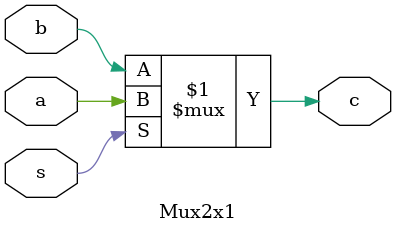
<source format=v>
`timescale 1ns / 1ps


module Mux2x1(input a,b,s, output c);

assign c = s ? a : b;

endmodule

</source>
